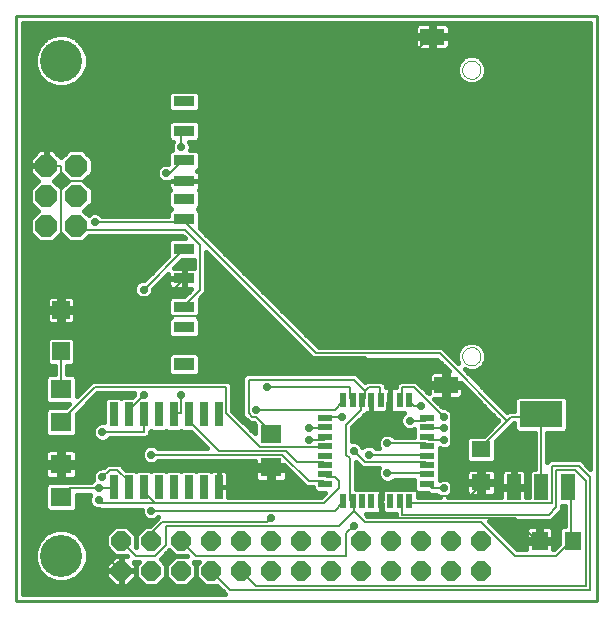
<source format=gtl>
G75*
%MOIN*%
%OFA0B0*%
%FSLAX24Y24*%
%IPPOS*%
%LPD*%
%AMOC8*
5,1,8,0,0,1.08239X$1,22.5*
%
%ADD10C,0.0100*%
%ADD11R,0.0480X0.0880*%
%ADD12R,0.1417X0.0866*%
%ADD13R,0.0260X0.0800*%
%ADD14R,0.0220X0.0500*%
%ADD15R,0.0500X0.0220*%
%ADD16R,0.0709X0.0354*%
%ADD17R,0.0787X0.0551*%
%ADD18R,0.0709X0.0433*%
%ADD19C,0.0000*%
%ADD20OC8,0.0640*%
%ADD21R,0.0551X0.0630*%
%ADD22R,0.0630X0.0551*%
%ADD23R,0.0709X0.0630*%
%ADD24R,0.0591X0.0591*%
%ADD25C,0.1400*%
%ADD26OC8,0.0740*%
%ADD27C,0.0060*%
%ADD28C,0.0160*%
%ADD29C,0.0280*%
D10*
X011333Y006500D02*
X011333Y025996D01*
X030703Y025996D01*
X030703Y006500D01*
X011333Y006500D01*
D11*
X027923Y010280D03*
X028833Y010280D03*
X029743Y010280D03*
D12*
X028833Y012720D03*
D13*
X018083Y012710D03*
X017583Y012710D03*
X017083Y012710D03*
X016583Y012710D03*
X016083Y012710D03*
X015583Y012710D03*
X015083Y012710D03*
X014583Y012710D03*
X014583Y010290D03*
X015083Y010290D03*
X015583Y010290D03*
X016083Y010290D03*
X016583Y010290D03*
X017083Y010290D03*
X017583Y010290D03*
X018083Y010290D03*
D14*
X022231Y009810D03*
X022546Y009810D03*
X022861Y009810D03*
X023176Y009810D03*
X023491Y009810D03*
X023806Y009810D03*
X024121Y009810D03*
X024436Y009810D03*
X024436Y013190D03*
X024121Y013190D03*
X023806Y013190D03*
X023491Y013190D03*
X023176Y013190D03*
X022861Y013190D03*
X022546Y013190D03*
X022231Y013190D03*
D15*
X021643Y012602D03*
X021643Y012287D03*
X021643Y011972D03*
X021643Y011657D03*
X021643Y011343D03*
X021643Y011028D03*
X021643Y010713D03*
X021643Y010398D03*
X025023Y010398D03*
X025023Y010713D03*
X025023Y011028D03*
X025023Y011343D03*
X025023Y011657D03*
X025023Y011972D03*
X025023Y012287D03*
X025023Y012602D03*
D16*
X016940Y015622D03*
X016940Y016291D03*
X016940Y017244D03*
X016940Y018228D03*
X016940Y019213D03*
X016940Y019902D03*
X016940Y020492D03*
X016940Y021181D03*
X016940Y022165D03*
X016940Y023150D03*
D17*
X025207Y025307D03*
X025660Y013693D03*
D18*
X016940Y014382D03*
D19*
X026202Y014650D02*
X026204Y014685D01*
X026210Y014719D01*
X026220Y014752D01*
X026233Y014785D01*
X026250Y014815D01*
X026271Y014843D01*
X026294Y014869D01*
X026321Y014892D01*
X026349Y014911D01*
X026380Y014927D01*
X026413Y014940D01*
X026446Y014949D01*
X026481Y014954D01*
X026516Y014955D01*
X026550Y014952D01*
X026585Y014945D01*
X026618Y014934D01*
X026649Y014920D01*
X026679Y014902D01*
X026707Y014881D01*
X026732Y014856D01*
X026754Y014829D01*
X026773Y014800D01*
X026788Y014769D01*
X026800Y014736D01*
X026808Y014702D01*
X026812Y014667D01*
X026812Y014633D01*
X026808Y014598D01*
X026800Y014564D01*
X026788Y014531D01*
X026773Y014500D01*
X026754Y014471D01*
X026732Y014444D01*
X026707Y014419D01*
X026679Y014398D01*
X026649Y014380D01*
X026618Y014366D01*
X026585Y014355D01*
X026550Y014348D01*
X026516Y014345D01*
X026481Y014346D01*
X026446Y014351D01*
X026413Y014360D01*
X026380Y014373D01*
X026349Y014389D01*
X026321Y014408D01*
X026294Y014431D01*
X026271Y014457D01*
X026250Y014485D01*
X026233Y014515D01*
X026220Y014548D01*
X026210Y014581D01*
X026204Y014615D01*
X026202Y014650D01*
X026202Y024201D02*
X026204Y024236D01*
X026210Y024270D01*
X026220Y024303D01*
X026233Y024336D01*
X026250Y024366D01*
X026271Y024394D01*
X026294Y024420D01*
X026321Y024443D01*
X026349Y024462D01*
X026380Y024478D01*
X026413Y024491D01*
X026446Y024500D01*
X026481Y024505D01*
X026516Y024506D01*
X026550Y024503D01*
X026585Y024496D01*
X026618Y024485D01*
X026649Y024471D01*
X026679Y024453D01*
X026707Y024432D01*
X026732Y024407D01*
X026754Y024380D01*
X026773Y024351D01*
X026788Y024320D01*
X026800Y024287D01*
X026808Y024253D01*
X026812Y024218D01*
X026812Y024184D01*
X026808Y024149D01*
X026800Y024115D01*
X026788Y024082D01*
X026773Y024051D01*
X026754Y024022D01*
X026732Y023995D01*
X026707Y023970D01*
X026679Y023949D01*
X026649Y023931D01*
X026618Y023917D01*
X026585Y023906D01*
X026550Y023899D01*
X026516Y023896D01*
X026481Y023897D01*
X026446Y023902D01*
X026413Y023911D01*
X026380Y023924D01*
X026349Y023940D01*
X026321Y023959D01*
X026294Y023982D01*
X026271Y024008D01*
X026250Y024036D01*
X026233Y024066D01*
X026220Y024099D01*
X026210Y024132D01*
X026204Y024166D01*
X026202Y024201D01*
D20*
X025833Y008500D03*
X026833Y008500D03*
X026833Y007500D03*
X025833Y007500D03*
X024833Y007500D03*
X023833Y007500D03*
X022833Y007500D03*
X021833Y007500D03*
X020833Y007500D03*
X019833Y007500D03*
X018833Y007500D03*
X017833Y007500D03*
X016833Y007500D03*
X015833Y007500D03*
X014833Y007500D03*
X014833Y008500D03*
X015833Y008500D03*
X016833Y008500D03*
X017833Y008500D03*
X018833Y008500D03*
X019833Y008500D03*
X020833Y008500D03*
X021833Y008500D03*
X022833Y008500D03*
X023833Y008500D03*
X024833Y008500D03*
D21*
X028782Y008500D03*
X029885Y008500D03*
D22*
X026833Y010449D03*
X026833Y011551D03*
D23*
X019833Y012051D03*
X019833Y010949D03*
X012833Y011051D03*
X012833Y009949D03*
X012833Y012449D03*
X012833Y013551D03*
D24*
X012833Y014811D03*
X012833Y016189D03*
D25*
X012833Y008000D03*
X012833Y024500D03*
D26*
X012333Y021000D03*
X013333Y021000D03*
X013333Y020000D03*
X012333Y020000D03*
X012333Y019000D03*
X013333Y019000D03*
D27*
X013458Y018875D01*
X016958Y018875D01*
X017458Y018375D01*
X017458Y016875D01*
X016958Y016375D01*
X016940Y016291D01*
X017333Y016000D02*
X016458Y016000D01*
X015833Y016625D01*
X016333Y016625D01*
X016833Y017125D01*
X016940Y017244D01*
X016833Y018125D02*
X015583Y016875D01*
X015833Y016625D02*
X012833Y016625D01*
X012833Y016189D01*
X012833Y016125D01*
X012333Y016125D01*
X012333Y011000D01*
X012833Y011000D01*
X012833Y011051D01*
X012833Y011000D02*
X018083Y011000D01*
X018083Y010290D01*
X018083Y011000D02*
X019833Y011000D01*
X019833Y010949D01*
X020208Y011375D02*
X015833Y011375D01*
X015083Y010500D02*
X014708Y010875D01*
X014458Y010875D01*
X014208Y010625D01*
X014083Y010250D02*
X013083Y010250D01*
X012833Y010000D01*
X012833Y009949D01*
X012833Y009500D02*
X012458Y009500D01*
X012333Y009625D01*
X012333Y011000D01*
X014083Y010250D02*
X014583Y010250D01*
X014583Y010290D01*
X015083Y010290D02*
X015083Y010500D01*
X015583Y010290D02*
X015583Y010125D01*
X015958Y009750D01*
X014208Y009750D01*
X014083Y009875D01*
X012833Y009500D02*
X014833Y007500D01*
X015333Y008000D02*
X015958Y008000D01*
X016333Y008375D01*
X016333Y009000D01*
X022083Y009000D01*
X022583Y009500D01*
X022583Y009750D01*
X022546Y009810D01*
X022458Y009875D01*
X022458Y011250D01*
X022333Y011375D01*
X022333Y012375D01*
X022833Y012875D01*
X022833Y013125D01*
X022861Y013190D01*
X022958Y013250D01*
X022958Y013500D01*
X022583Y013875D01*
X019083Y013875D01*
X019083Y012750D01*
X019208Y012625D01*
X019333Y012625D01*
X019833Y012125D01*
X019833Y012051D01*
X019458Y011625D02*
X018333Y012750D01*
X018333Y013625D01*
X013958Y013625D01*
X012833Y012500D01*
X012833Y012449D01*
X012833Y013551D02*
X012833Y014811D01*
X012833Y016625D02*
X012833Y020500D01*
X016833Y020500D01*
X016940Y020492D01*
X016958Y020500D01*
X020333Y020500D01*
X025083Y025250D01*
X025207Y025307D01*
X016940Y022165D02*
X016833Y022125D01*
X016833Y021625D01*
X016940Y021181D02*
X016833Y021125D01*
X016458Y020750D01*
X016333Y020750D01*
X016940Y019213D02*
X016833Y019125D01*
X013958Y019125D01*
X012833Y020500D02*
X012833Y021000D01*
X012333Y021000D01*
X016940Y019213D02*
X016958Y019125D01*
X021333Y014750D01*
X025458Y014750D01*
X027708Y012500D01*
X026833Y011625D01*
X026833Y011551D01*
X025583Y011875D02*
X025083Y011875D01*
X025023Y011972D01*
X024958Y011750D02*
X025023Y011657D01*
X024958Y011750D02*
X023708Y011750D01*
X023083Y011375D02*
X024958Y011375D01*
X025023Y011343D01*
X024958Y011125D02*
X025023Y011028D01*
X024958Y011125D02*
X022958Y011125D01*
X022583Y011500D01*
X021643Y011657D02*
X021583Y011625D01*
X019458Y011625D01*
X020208Y011375D02*
X021083Y010500D01*
X021583Y010500D01*
X021643Y010398D01*
X021708Y010625D02*
X021643Y010713D01*
X021708Y010625D02*
X021958Y010625D01*
X022083Y010500D01*
X022083Y010250D01*
X021583Y009750D01*
X015958Y009750D01*
X015833Y009500D02*
X021958Y009500D01*
X022208Y009750D01*
X022231Y009810D01*
X022583Y009500D02*
X022958Y009125D01*
X026833Y009125D01*
X027958Y008000D01*
X029333Y008000D01*
X029833Y008500D01*
X029885Y008500D01*
X029833Y008500D02*
X029833Y010250D01*
X029743Y010280D01*
X030333Y010500D02*
X030333Y007000D01*
X019333Y007000D01*
X018833Y007500D01*
X018458Y006875D02*
X017833Y007500D01*
X017333Y008000D02*
X016833Y008500D01*
X017333Y008000D02*
X022333Y008000D01*
X022333Y008750D01*
X022583Y009000D01*
X023583Y009500D02*
X023583Y009750D01*
X023491Y009810D01*
X023583Y009875D01*
X023583Y010250D01*
X024583Y010250D01*
X024833Y010000D01*
X025833Y010000D01*
X025833Y012750D01*
X025708Y012875D01*
X025708Y013625D01*
X025660Y013693D01*
X025583Y013750D01*
X023833Y013750D01*
X022958Y014625D01*
X018708Y014625D01*
X017333Y016000D01*
X016833Y018125D02*
X016940Y018228D01*
X019708Y013625D02*
X022458Y013625D01*
X022458Y013250D01*
X022546Y013190D01*
X022231Y013190D02*
X022208Y013125D01*
X021958Y012875D01*
X019333Y012875D01*
X018083Y011500D02*
X017083Y012500D01*
X017083Y012710D01*
X016833Y012750D02*
X016583Y012750D01*
X016583Y012710D01*
X016833Y012750D02*
X016833Y013375D01*
X015583Y013375D02*
X015083Y012875D01*
X015083Y012710D01*
X015583Y012710D02*
X015583Y012125D01*
X014208Y012125D01*
X018083Y011500D02*
X020333Y011500D01*
X020708Y011125D01*
X021583Y011125D01*
X021643Y011028D01*
X021583Y011875D02*
X021083Y011875D01*
X021083Y012250D02*
X021583Y012250D01*
X021643Y012287D01*
X021643Y011972D02*
X021583Y011875D01*
X021643Y012602D02*
X021708Y012625D01*
X022208Y012625D01*
X023208Y012750D02*
X023208Y013125D01*
X023176Y013190D01*
X023458Y013250D02*
X023491Y013190D01*
X023458Y013250D02*
X023458Y013625D01*
X023083Y013625D01*
X022958Y013500D01*
X023708Y013125D02*
X023708Y012875D01*
X023583Y012750D01*
X023208Y012750D01*
X023708Y013125D02*
X023806Y013190D01*
X023833Y013250D01*
X023833Y013750D01*
X024208Y013625D02*
X024583Y013625D01*
X025583Y012625D01*
X025023Y012602D02*
X024958Y012500D01*
X024458Y012500D01*
X024583Y013000D02*
X024833Y013000D01*
X024583Y013000D02*
X024458Y013125D01*
X024436Y013190D01*
X024208Y013250D02*
X024121Y013190D01*
X024208Y013250D02*
X024208Y013625D01*
X025023Y012287D02*
X025083Y012250D01*
X025583Y012250D01*
X024958Y010750D02*
X023708Y010750D01*
X024958Y010750D02*
X025023Y010713D01*
X025023Y010398D02*
X025083Y010375D01*
X025208Y010250D01*
X025583Y010250D01*
X025833Y010000D02*
X026458Y010000D01*
X026833Y010375D01*
X026833Y010449D01*
X026833Y010375D02*
X027833Y010375D01*
X027923Y010280D01*
X028833Y010280D02*
X028833Y012625D01*
X028833Y012720D01*
X028833Y012625D02*
X027833Y012625D01*
X027708Y012500D01*
X029208Y011000D02*
X030083Y011000D01*
X030458Y010625D01*
X030458Y006875D01*
X018458Y006875D01*
X015833Y008500D02*
X015833Y008750D01*
X016208Y009125D01*
X019708Y009125D01*
X019833Y009250D01*
X023583Y009500D02*
X023833Y009250D01*
X027958Y009250D01*
X028708Y008500D01*
X028782Y008500D01*
X029083Y009375D02*
X029333Y009625D01*
X029333Y010875D01*
X029958Y010875D01*
X030333Y010500D01*
X029208Y011000D02*
X029208Y009750D01*
X024458Y009750D01*
X024436Y009810D01*
X024208Y009750D02*
X024121Y009810D01*
X024208Y009750D02*
X024208Y009375D01*
X029083Y009375D01*
X015333Y008000D02*
X014833Y008500D01*
D28*
X014504Y008878D02*
X013014Y008878D01*
X013008Y008880D02*
X012658Y008880D01*
X012335Y008746D01*
X012087Y008498D01*
X011953Y008175D01*
X011953Y007825D01*
X012087Y007502D01*
X012335Y007254D01*
X012658Y007120D01*
X013008Y007120D01*
X013332Y007254D01*
X013579Y007502D01*
X013713Y007825D01*
X013713Y008175D01*
X013579Y008498D01*
X013332Y008746D01*
X013008Y008880D01*
X012652Y008878D02*
X011563Y008878D01*
X011563Y009036D02*
X015822Y009036D01*
X015786Y009000D02*
X015626Y009000D01*
X015333Y008707D01*
X015040Y009000D01*
X014626Y009000D01*
X014333Y008707D01*
X014333Y008293D01*
X014626Y008000D01*
X014333Y007707D01*
X014333Y007520D01*
X014813Y007520D01*
X014813Y007480D01*
X014333Y007480D01*
X014333Y007293D01*
X014626Y007000D01*
X014813Y007000D01*
X014813Y007480D01*
X014853Y007480D01*
X014853Y007000D01*
X015040Y007000D01*
X015333Y007293D01*
X015333Y007480D01*
X014853Y007480D01*
X014853Y007520D01*
X014813Y007520D01*
X014813Y008000D01*
X014626Y008000D01*
X015036Y008000D01*
X015036Y008000D01*
X014853Y008000D01*
X014853Y007520D01*
X015333Y007520D01*
X015333Y007707D01*
X015250Y007790D01*
X015416Y007790D01*
X015333Y007707D01*
X015333Y007293D01*
X015626Y007000D01*
X016040Y007000D01*
X016333Y007293D01*
X016333Y007707D01*
X016148Y007893D01*
X016420Y008165D01*
X016441Y008185D01*
X016626Y008000D01*
X016333Y007707D01*
X016333Y007293D01*
X016626Y007000D01*
X017040Y007000D01*
X017333Y007293D01*
X017333Y007707D01*
X017250Y007790D01*
X017416Y007790D01*
X017333Y007707D01*
X017333Y007293D01*
X017626Y007000D01*
X018036Y007000D01*
X018306Y006730D01*
X011563Y006730D01*
X011563Y025766D01*
X030473Y025766D01*
X030473Y010907D01*
X030170Y011210D01*
X029121Y011210D01*
X029043Y011132D01*
X029043Y012107D01*
X029617Y012107D01*
X029722Y012212D01*
X029722Y013228D01*
X029617Y013333D01*
X028050Y013333D01*
X027945Y013228D01*
X027945Y012835D01*
X027746Y012835D01*
X027708Y012797D01*
X026292Y014213D01*
X026410Y014164D01*
X026603Y014164D01*
X026781Y014238D01*
X026918Y014375D01*
X026992Y014553D01*
X026992Y014746D01*
X026918Y014924D01*
X026781Y015061D01*
X026603Y015135D01*
X026410Y015135D01*
X026232Y015061D01*
X026095Y014924D01*
X026021Y014746D01*
X026021Y014553D01*
X026070Y014435D01*
X025545Y014960D01*
X021420Y014960D01*
X017447Y018934D01*
X017474Y018961D01*
X017474Y019464D01*
X017381Y019557D01*
X017474Y019650D01*
X017474Y020153D01*
X017430Y020197D01*
X017438Y020204D01*
X017462Y020245D01*
X017474Y020291D01*
X017474Y020484D01*
X016948Y020484D01*
X016948Y020501D01*
X017474Y020501D01*
X017474Y020693D01*
X017462Y020739D01*
X017438Y020780D01*
X017404Y020813D01*
X017375Y020830D01*
X017474Y020929D01*
X017474Y021433D01*
X017369Y021538D01*
X017144Y021538D01*
X017153Y021561D01*
X017153Y021689D01*
X017105Y021806D01*
X017103Y021808D01*
X017369Y021808D01*
X017474Y021914D01*
X017474Y022417D01*
X017369Y022523D01*
X016511Y022523D01*
X016405Y022417D01*
X016405Y021914D01*
X016511Y021808D01*
X016564Y021808D01*
X016562Y021806D01*
X016513Y021689D01*
X016513Y021561D01*
X016523Y021538D01*
X016511Y021538D01*
X016405Y021433D01*
X016405Y021067D01*
X016397Y021070D01*
X016270Y021070D01*
X016152Y021021D01*
X016062Y020931D01*
X016013Y020814D01*
X016013Y020686D01*
X016062Y020569D01*
X016152Y020479D01*
X016270Y020430D01*
X016397Y020430D01*
X016405Y020433D01*
X016405Y020291D01*
X016418Y020245D01*
X016441Y020204D01*
X016449Y020197D01*
X016405Y020153D01*
X016405Y019650D01*
X016498Y019557D01*
X016405Y019464D01*
X016405Y019335D01*
X014201Y019335D01*
X014140Y019396D01*
X014022Y019445D01*
X013895Y019445D01*
X013777Y019396D01*
X013746Y019365D01*
X013611Y019500D01*
X013883Y019772D01*
X013883Y020228D01*
X013611Y020500D01*
X013883Y020772D01*
X013883Y021228D01*
X013561Y021550D01*
X013106Y021550D01*
X012833Y021278D01*
X012561Y021550D01*
X012353Y021550D01*
X012353Y021020D01*
X012313Y021020D01*
X012313Y020980D01*
X011783Y020980D01*
X011783Y020772D01*
X012056Y020500D01*
X011783Y020228D01*
X011783Y019772D01*
X012056Y019500D01*
X011783Y019228D01*
X011783Y018772D01*
X012106Y018450D01*
X012561Y018450D01*
X012833Y018722D01*
X013106Y018450D01*
X013561Y018450D01*
X013776Y018665D01*
X016871Y018665D01*
X016951Y018586D01*
X016511Y018586D01*
X016405Y018480D01*
X016405Y017994D01*
X015606Y017195D01*
X015520Y017195D01*
X015402Y017146D01*
X015312Y017056D01*
X015263Y016939D01*
X015263Y016811D01*
X015312Y016694D01*
X015402Y016604D01*
X015520Y016555D01*
X015647Y016555D01*
X015765Y016604D01*
X015855Y016694D01*
X015903Y016811D01*
X015903Y016898D01*
X016405Y017400D01*
X016405Y017253D01*
X016931Y017253D01*
X016931Y017601D01*
X016607Y017601D01*
X016876Y017871D01*
X017248Y017871D01*
X017248Y017601D01*
X016948Y017601D01*
X016948Y017253D01*
X016931Y017253D01*
X016931Y017236D01*
X016405Y017236D01*
X016405Y017043D01*
X016418Y016997D01*
X016441Y016956D01*
X016475Y016923D01*
X016516Y016899D01*
X016562Y016887D01*
X016931Y016887D01*
X016931Y017236D01*
X016948Y017236D01*
X016948Y016887D01*
X017173Y016887D01*
X016935Y016649D01*
X016511Y016649D01*
X016405Y016543D01*
X016405Y016040D01*
X016488Y015957D01*
X016405Y015874D01*
X016405Y015370D01*
X016511Y015265D01*
X017369Y015265D01*
X017474Y015370D01*
X017474Y015874D01*
X017391Y015957D01*
X017474Y016040D01*
X017474Y016543D01*
X017449Y016568D01*
X017545Y016665D01*
X017668Y016788D01*
X017668Y018118D01*
X021123Y014663D01*
X021246Y014540D01*
X025371Y014540D01*
X025763Y014149D01*
X025718Y014149D01*
X025718Y013751D01*
X025602Y013751D01*
X025602Y014149D01*
X025243Y014149D01*
X025197Y014136D01*
X025156Y014113D01*
X025122Y014079D01*
X025099Y014038D01*
X025086Y013992D01*
X025086Y013751D01*
X025602Y013751D01*
X025602Y013635D01*
X025086Y013635D01*
X025086Y013419D01*
X024670Y013835D01*
X024121Y013835D01*
X023998Y013712D01*
X023998Y013620D01*
X023806Y013620D01*
X023806Y013190D01*
X023806Y013190D01*
X023806Y012760D01*
X023936Y012760D01*
X024266Y012760D01*
X024187Y012681D01*
X024138Y012564D01*
X024138Y012436D01*
X024187Y012319D01*
X024277Y012229D01*
X024395Y012180D01*
X024522Y012180D01*
X024593Y012210D01*
X024593Y011960D01*
X023951Y011960D01*
X023890Y012021D01*
X023772Y012070D01*
X023645Y012070D01*
X023527Y012021D01*
X023437Y011931D01*
X023388Y011814D01*
X023388Y011686D01*
X023430Y011585D01*
X023326Y011585D01*
X023265Y011646D01*
X023147Y011695D01*
X023020Y011695D01*
X022902Y011646D01*
X022879Y011623D01*
X022855Y011681D01*
X022765Y011771D01*
X022647Y011820D01*
X022543Y011820D01*
X022543Y012288D01*
X022920Y012665D01*
X023015Y012760D01*
X023045Y012760D01*
X023176Y012760D01*
X023310Y012760D01*
X023672Y012760D01*
X023806Y012760D01*
X023806Y013190D01*
X023806Y013190D01*
X023806Y013620D01*
X023668Y013620D01*
X023668Y013712D01*
X023545Y013835D01*
X022996Y013835D01*
X022958Y013797D01*
X022670Y014085D01*
X018996Y014085D01*
X018873Y013962D01*
X018873Y012663D01*
X018996Y012540D01*
X019121Y012415D01*
X019246Y012415D01*
X019299Y012362D01*
X019299Y012081D01*
X018543Y012837D01*
X018543Y013712D01*
X018420Y013835D01*
X013871Y013835D01*
X013368Y013331D01*
X013368Y013941D01*
X013262Y014046D01*
X013043Y014046D01*
X013043Y014336D01*
X013203Y014336D01*
X013309Y014441D01*
X013309Y015181D01*
X013203Y015286D01*
X012463Y015286D01*
X012358Y015181D01*
X012358Y014441D01*
X012463Y014336D01*
X012623Y014336D01*
X012623Y014046D01*
X012404Y014046D01*
X012299Y013941D01*
X012299Y013162D01*
X012404Y013056D01*
X013093Y013056D01*
X012980Y012944D01*
X012404Y012944D01*
X012299Y012838D01*
X012299Y012059D01*
X012404Y011954D01*
X013262Y011954D01*
X013368Y012059D01*
X013368Y012737D01*
X014045Y013415D01*
X015263Y013415D01*
X015263Y013352D01*
X015201Y013290D01*
X014879Y013290D01*
X014833Y013245D01*
X014788Y013290D01*
X014379Y013290D01*
X014273Y013185D01*
X014273Y012444D01*
X014272Y012445D01*
X014145Y012445D01*
X014027Y012396D01*
X013937Y012306D01*
X013888Y012189D01*
X013888Y012061D01*
X013937Y011944D01*
X014027Y011854D01*
X014145Y011805D01*
X014272Y011805D01*
X014390Y011854D01*
X014451Y011915D01*
X015670Y011915D01*
X015793Y012038D01*
X015793Y012135D01*
X015833Y012175D01*
X015879Y012130D01*
X016288Y012130D01*
X016333Y012175D01*
X016379Y012130D01*
X016788Y012130D01*
X016833Y012175D01*
X016879Y012130D01*
X017156Y012130D01*
X017701Y011585D01*
X016076Y011585D01*
X016015Y011646D01*
X015897Y011695D01*
X015770Y011695D01*
X015652Y011646D01*
X015562Y011556D01*
X015513Y011439D01*
X015513Y011311D01*
X015562Y011194D01*
X015652Y011104D01*
X015770Y011055D01*
X015897Y011055D01*
X016015Y011104D01*
X016076Y011165D01*
X019299Y011165D01*
X019299Y011026D01*
X019756Y011026D01*
X019756Y010871D01*
X019911Y010871D01*
X019911Y010454D01*
X020211Y010454D01*
X020257Y010466D01*
X020298Y010490D01*
X020332Y010523D01*
X020355Y010564D01*
X020368Y010610D01*
X020368Y010871D01*
X019911Y010871D01*
X019911Y011026D01*
X020260Y011026D01*
X020996Y010290D01*
X021213Y010290D01*
X021213Y010213D01*
X021319Y010108D01*
X021644Y010108D01*
X021496Y009960D01*
X018393Y009960D01*
X018393Y010290D01*
X018393Y010714D01*
X018381Y010759D01*
X018357Y010801D01*
X018324Y010834D01*
X018283Y010858D01*
X018237Y010870D01*
X018083Y010870D01*
X017930Y010870D01*
X017884Y010858D01*
X017843Y010834D01*
X017833Y010825D01*
X017788Y010870D01*
X017379Y010870D01*
X017333Y010825D01*
X017288Y010870D01*
X016879Y010870D01*
X016833Y010825D01*
X016788Y010870D01*
X016379Y010870D01*
X016333Y010825D01*
X016288Y010870D01*
X015879Y010870D01*
X015833Y010825D01*
X015788Y010870D01*
X015379Y010870D01*
X015333Y010825D01*
X015288Y010870D01*
X015010Y010870D01*
X014795Y011085D01*
X014371Y011085D01*
X014248Y010962D01*
X014231Y010945D01*
X014145Y010945D01*
X014027Y010896D01*
X013937Y010806D01*
X013888Y010689D01*
X013888Y010561D01*
X013905Y010522D01*
X013902Y010521D01*
X013841Y010460D01*
X012996Y010460D01*
X012980Y010444D01*
X012404Y010444D01*
X012299Y010338D01*
X012299Y009559D01*
X012404Y009454D01*
X013262Y009454D01*
X013368Y009559D01*
X013368Y010040D01*
X013805Y010040D01*
X013763Y009939D01*
X013763Y009811D01*
X013812Y009694D01*
X013902Y009604D01*
X014020Y009555D01*
X014106Y009555D01*
X014121Y009540D01*
X015513Y009540D01*
X015513Y009436D01*
X015562Y009319D01*
X015652Y009229D01*
X015770Y009180D01*
X015897Y009180D01*
X016015Y009229D01*
X016076Y009290D01*
X016076Y009290D01*
X015786Y009000D01*
X015735Y009195D02*
X011563Y009195D01*
X011563Y009353D02*
X015548Y009353D01*
X015513Y009512D02*
X013320Y009512D01*
X013368Y009670D02*
X013836Y009670D01*
X013763Y009829D02*
X013368Y009829D01*
X013368Y009987D02*
X013783Y009987D01*
X013843Y010463D02*
X011563Y010463D01*
X011563Y010621D02*
X012340Y010621D01*
X012335Y010626D02*
X012368Y010592D01*
X012410Y010568D01*
X012455Y010556D01*
X012756Y010556D01*
X012756Y010974D01*
X012299Y010974D01*
X012299Y010713D01*
X012311Y010667D01*
X012335Y010626D01*
X012299Y010780D02*
X011563Y010780D01*
X011563Y010938D02*
X012299Y010938D01*
X012299Y011129D02*
X012299Y011390D01*
X012311Y011436D01*
X012335Y011477D01*
X012368Y011510D01*
X012410Y011534D01*
X012455Y011546D01*
X012756Y011546D01*
X012756Y011129D01*
X012911Y011129D01*
X012911Y011546D01*
X013211Y011546D01*
X013257Y011534D01*
X013298Y011510D01*
X013332Y011477D01*
X013355Y011436D01*
X013368Y011390D01*
X013368Y011129D01*
X012911Y011129D01*
X012911Y010974D01*
X013368Y010974D01*
X013368Y010713D01*
X013355Y010667D01*
X013332Y010626D01*
X013298Y010592D01*
X013257Y010568D01*
X013211Y010556D01*
X012911Y010556D01*
X012911Y010974D01*
X012756Y010974D01*
X012756Y011129D01*
X012299Y011129D01*
X012299Y011255D02*
X011563Y011255D01*
X011563Y011097D02*
X012756Y011097D01*
X012911Y011097D02*
X015669Y011097D01*
X015537Y011255D02*
X013368Y011255D01*
X013361Y011414D02*
X015513Y011414D01*
X015578Y011572D02*
X011563Y011572D01*
X011563Y011414D02*
X012305Y011414D01*
X012756Y011414D02*
X012911Y011414D01*
X012911Y011255D02*
X012756Y011255D01*
X012756Y010938D02*
X012911Y010938D01*
X012911Y010780D02*
X012756Y010780D01*
X012756Y010621D02*
X012911Y010621D01*
X013327Y010621D02*
X013888Y010621D01*
X013926Y010780D02*
X013368Y010780D01*
X013368Y010938D02*
X014128Y010938D01*
X014942Y010938D02*
X019756Y010938D01*
X019756Y010871D02*
X019299Y010871D01*
X019299Y010610D01*
X019311Y010564D01*
X019335Y010523D01*
X019368Y010490D01*
X019410Y010466D01*
X019455Y010454D01*
X019756Y010454D01*
X019756Y010871D01*
X019756Y010780D02*
X019911Y010780D01*
X019911Y010938D02*
X020348Y010938D01*
X020368Y010780D02*
X020507Y010780D01*
X020368Y010621D02*
X020665Y010621D01*
X020824Y010463D02*
X020244Y010463D01*
X019911Y010463D02*
X019756Y010463D01*
X019756Y010621D02*
X019911Y010621D01*
X019423Y010463D02*
X018393Y010463D01*
X018393Y010621D02*
X019299Y010621D01*
X019299Y010780D02*
X018370Y010780D01*
X018083Y010780D02*
X018083Y010780D01*
X018083Y010870D02*
X018083Y010290D01*
X018083Y010290D01*
X018083Y010870D01*
X018083Y010621D02*
X018083Y010621D01*
X018083Y010463D02*
X018083Y010463D01*
X018083Y010304D02*
X018083Y010304D01*
X018083Y010290D02*
X018393Y010290D01*
X018083Y010290D01*
X018083Y010290D01*
X018393Y010304D02*
X020982Y010304D01*
X021281Y010146D02*
X018393Y010146D01*
X018393Y009987D02*
X021523Y009987D01*
X022668Y010240D02*
X022668Y011118D01*
X022871Y010915D01*
X023430Y010915D01*
X023388Y010814D01*
X023388Y010686D01*
X023437Y010569D01*
X023527Y010479D01*
X023645Y010430D01*
X023772Y010430D01*
X023890Y010479D01*
X023951Y010540D01*
X024593Y010540D01*
X024593Y010240D01*
X023621Y010240D01*
X023491Y010240D01*
X023491Y009810D01*
X023491Y009380D01*
X023624Y009380D01*
X023998Y009380D01*
X023998Y009335D01*
X023045Y009335D01*
X023000Y009380D01*
X023357Y009380D01*
X023491Y009380D01*
X023491Y009810D01*
X023491Y009810D01*
X023491Y009810D01*
X023491Y010240D01*
X022668Y010240D01*
X022668Y010304D02*
X024593Y010304D01*
X024593Y010463D02*
X023850Y010463D01*
X023566Y010463D02*
X022668Y010463D01*
X022668Y010621D02*
X023415Y010621D01*
X023388Y010780D02*
X022668Y010780D01*
X022668Y010938D02*
X022848Y010938D01*
X022690Y011097D02*
X022668Y011097D01*
X022805Y011731D02*
X023388Y011731D01*
X023420Y011889D02*
X022543Y011889D01*
X022543Y012048D02*
X023590Y012048D01*
X023826Y012048D02*
X024593Y012048D01*
X024585Y012206D02*
X024593Y012206D01*
X024332Y012206D02*
X022543Y012206D01*
X022620Y012365D02*
X024168Y012365D01*
X024138Y012523D02*
X022778Y012523D01*
X022937Y012682D02*
X024187Y012682D01*
X023806Y012840D02*
X023806Y012840D01*
X023806Y012999D02*
X023806Y012999D01*
X023806Y013157D02*
X023806Y013157D01*
X023806Y013316D02*
X023806Y013316D01*
X023806Y013474D02*
X023806Y013474D01*
X023668Y013633D02*
X023998Y013633D01*
X024077Y013791D02*
X023589Y013791D01*
X022806Y013950D02*
X025086Y013950D01*
X025086Y013791D02*
X024714Y013791D01*
X024873Y013633D02*
X025086Y013633D01*
X025086Y013474D02*
X025031Y013474D01*
X025268Y013237D02*
X025602Y013237D01*
X025602Y013635D01*
X025718Y013635D01*
X025718Y013751D01*
X026161Y013751D01*
X027411Y012500D01*
X026918Y012007D01*
X026444Y012007D01*
X026338Y011901D01*
X026338Y011201D01*
X026444Y011096D01*
X027223Y011096D01*
X027328Y011201D01*
X027328Y011823D01*
X027795Y012290D01*
X027795Y012290D01*
X027918Y012413D01*
X027920Y012415D01*
X027945Y012415D01*
X027945Y012212D01*
X028050Y012107D01*
X028623Y012107D01*
X028623Y010900D01*
X028519Y010900D01*
X028413Y010795D01*
X028413Y009960D01*
X028343Y009960D01*
X028343Y010240D01*
X027963Y010240D01*
X027963Y010320D01*
X027883Y010320D01*
X027883Y010240D01*
X027503Y010240D01*
X027503Y009960D01*
X025719Y009960D01*
X025765Y009979D01*
X025855Y010069D01*
X025903Y010186D01*
X025903Y010314D01*
X025855Y010431D01*
X025765Y010521D01*
X025647Y010570D01*
X025520Y010570D01*
X025453Y010543D01*
X025453Y011582D01*
X025520Y011555D01*
X025647Y011555D01*
X025765Y011604D01*
X025855Y011694D01*
X025903Y011811D01*
X025903Y011939D01*
X025855Y012056D01*
X025848Y012062D01*
X025855Y012069D01*
X025903Y012186D01*
X025903Y012314D01*
X025855Y012431D01*
X025848Y012437D01*
X025855Y012444D01*
X025903Y012561D01*
X025903Y012689D01*
X025855Y012806D01*
X025765Y012896D01*
X025647Y012945D01*
X025560Y012945D01*
X025268Y013237D01*
X025348Y013157D02*
X026754Y013157D01*
X026596Y013316D02*
X026203Y013316D01*
X026198Y013307D02*
X026222Y013348D01*
X026234Y013394D01*
X026234Y013635D01*
X025718Y013635D01*
X025718Y013237D01*
X026078Y013237D01*
X026123Y013250D01*
X026164Y013273D01*
X026198Y013307D01*
X026234Y013474D02*
X026437Y013474D01*
X026279Y013633D02*
X026234Y013633D01*
X026556Y013950D02*
X030473Y013950D01*
X030473Y014108D02*
X026397Y014108D01*
X026810Y014267D02*
X030473Y014267D01*
X030473Y014425D02*
X026939Y014425D01*
X026992Y014584D02*
X030473Y014584D01*
X030473Y014742D02*
X026992Y014742D01*
X026928Y014901D02*
X030473Y014901D01*
X030473Y015059D02*
X026783Y015059D01*
X026230Y015059D02*
X021321Y015059D01*
X021163Y015218D02*
X030473Y015218D01*
X030473Y015376D02*
X021004Y015376D01*
X020846Y015535D02*
X030473Y015535D01*
X030473Y015693D02*
X020687Y015693D01*
X020529Y015852D02*
X030473Y015852D01*
X030473Y016010D02*
X020370Y016010D01*
X020212Y016169D02*
X030473Y016169D01*
X030473Y016327D02*
X020053Y016327D01*
X019895Y016486D02*
X030473Y016486D01*
X030473Y016644D02*
X019736Y016644D01*
X019578Y016803D02*
X030473Y016803D01*
X030473Y016961D02*
X019419Y016961D01*
X019261Y017120D02*
X030473Y017120D01*
X030473Y017278D02*
X019102Y017278D01*
X018944Y017437D02*
X030473Y017437D01*
X030473Y017595D02*
X018785Y017595D01*
X018627Y017754D02*
X030473Y017754D01*
X030473Y017912D02*
X018468Y017912D01*
X018310Y018071D02*
X030473Y018071D01*
X030473Y018229D02*
X018151Y018229D01*
X017993Y018388D02*
X030473Y018388D01*
X030473Y018546D02*
X017834Y018546D01*
X017676Y018705D02*
X030473Y018705D01*
X030473Y018863D02*
X017517Y018863D01*
X017474Y019022D02*
X030473Y019022D01*
X030473Y019180D02*
X017474Y019180D01*
X017474Y019339D02*
X030473Y019339D01*
X030473Y019497D02*
X017441Y019497D01*
X017474Y019656D02*
X030473Y019656D01*
X030473Y019814D02*
X017474Y019814D01*
X017474Y019973D02*
X030473Y019973D01*
X030473Y020131D02*
X017474Y020131D01*
X017473Y020290D02*
X030473Y020290D01*
X030473Y020448D02*
X017474Y020448D01*
X017474Y020607D02*
X030473Y020607D01*
X030473Y020765D02*
X017447Y020765D01*
X017468Y020924D02*
X030473Y020924D01*
X030473Y021082D02*
X017474Y021082D01*
X017474Y021241D02*
X030473Y021241D01*
X030473Y021399D02*
X017474Y021399D01*
X017152Y021558D02*
X030473Y021558D01*
X030473Y021716D02*
X017142Y021716D01*
X017435Y021875D02*
X030473Y021875D01*
X030473Y022033D02*
X017474Y022033D01*
X017474Y022192D02*
X030473Y022192D01*
X030473Y022350D02*
X017474Y022350D01*
X017383Y022509D02*
X030473Y022509D01*
X030473Y022667D02*
X011563Y022667D01*
X011563Y022509D02*
X016497Y022509D01*
X016405Y022350D02*
X011563Y022350D01*
X011563Y022192D02*
X016405Y022192D01*
X016405Y022033D02*
X011563Y022033D01*
X011563Y021875D02*
X016444Y021875D01*
X016525Y021716D02*
X011563Y021716D01*
X011563Y021558D02*
X016515Y021558D01*
X016405Y021399D02*
X013712Y021399D01*
X013871Y021241D02*
X016405Y021241D01*
X016405Y021082D02*
X013883Y021082D01*
X013883Y020924D02*
X016059Y020924D01*
X016013Y020765D02*
X013876Y020765D01*
X013718Y020607D02*
X016046Y020607D01*
X016226Y020448D02*
X013663Y020448D01*
X013822Y020290D02*
X016406Y020290D01*
X016405Y020131D02*
X013883Y020131D01*
X013883Y019973D02*
X016405Y019973D01*
X016405Y019814D02*
X013883Y019814D01*
X013767Y019656D02*
X016405Y019656D01*
X016438Y019497D02*
X013614Y019497D01*
X014197Y019339D02*
X016405Y019339D01*
X016471Y018546D02*
X013657Y018546D01*
X013009Y018546D02*
X012657Y018546D01*
X012816Y018705D02*
X012851Y018705D01*
X012009Y018546D02*
X011563Y018546D01*
X011563Y018388D02*
X016405Y018388D01*
X016405Y018229D02*
X011563Y018229D01*
X011563Y018071D02*
X016405Y018071D01*
X016323Y017912D02*
X011563Y017912D01*
X011563Y017754D02*
X016165Y017754D01*
X016006Y017595D02*
X011563Y017595D01*
X011563Y017437D02*
X015848Y017437D01*
X015689Y017278D02*
X011563Y017278D01*
X011563Y017120D02*
X015375Y017120D01*
X015273Y016961D02*
X011563Y016961D01*
X011563Y016803D02*
X015267Y016803D01*
X015362Y016644D02*
X013212Y016644D01*
X013198Y016652D02*
X013152Y016664D01*
X012901Y016664D01*
X012901Y016257D01*
X012766Y016257D01*
X012766Y016664D01*
X012514Y016664D01*
X012469Y016652D01*
X012428Y016628D01*
X012394Y016595D01*
X012370Y016554D01*
X012358Y016508D01*
X012358Y016257D01*
X012766Y016257D01*
X012766Y016121D01*
X012901Y016121D01*
X012901Y015714D01*
X013152Y015714D01*
X013198Y015726D01*
X013239Y015750D01*
X013273Y015783D01*
X013296Y015824D01*
X013309Y015870D01*
X013309Y016121D01*
X012901Y016121D01*
X012901Y016257D01*
X013309Y016257D01*
X013309Y016508D01*
X013296Y016554D01*
X013273Y016595D01*
X013239Y016628D01*
X013198Y016652D01*
X013309Y016486D02*
X016405Y016486D01*
X016405Y016327D02*
X013309Y016327D01*
X013309Y016010D02*
X016435Y016010D01*
X016405Y015852D02*
X013304Y015852D01*
X012901Y015852D02*
X012766Y015852D01*
X012766Y015714D02*
X012766Y016121D01*
X012358Y016121D01*
X012358Y015870D01*
X012370Y015824D01*
X012394Y015783D01*
X012428Y015750D01*
X012469Y015726D01*
X012514Y015714D01*
X012766Y015714D01*
X012766Y016010D02*
X012901Y016010D01*
X012901Y016169D02*
X016405Y016169D01*
X016405Y015693D02*
X011563Y015693D01*
X011563Y015535D02*
X016405Y015535D01*
X016405Y015376D02*
X011563Y015376D01*
X011563Y015218D02*
X012395Y015218D01*
X012358Y015059D02*
X011563Y015059D01*
X011563Y014901D02*
X012358Y014901D01*
X012358Y014742D02*
X011563Y014742D01*
X011563Y014584D02*
X012358Y014584D01*
X012374Y014425D02*
X011563Y014425D01*
X011563Y014267D02*
X012623Y014267D01*
X012623Y014108D02*
X011563Y014108D01*
X011563Y013950D02*
X012308Y013950D01*
X012299Y013791D02*
X011563Y013791D01*
X011563Y013633D02*
X012299Y013633D01*
X012299Y013474D02*
X011563Y013474D01*
X011563Y013316D02*
X012299Y013316D01*
X012304Y013157D02*
X011563Y013157D01*
X011563Y012999D02*
X013035Y012999D01*
X013368Y012682D02*
X014273Y012682D01*
X014273Y012840D02*
X013470Y012840D01*
X013629Y012999D02*
X014273Y012999D01*
X014273Y013157D02*
X013787Y013157D01*
X013946Y013316D02*
X015227Y013316D01*
X014273Y012523D02*
X013368Y012523D01*
X013368Y012365D02*
X013995Y012365D01*
X013896Y012206D02*
X013368Y012206D01*
X013356Y012048D02*
X013894Y012048D01*
X013992Y011889D02*
X011563Y011889D01*
X011563Y011731D02*
X017556Y011731D01*
X017397Y011889D02*
X014425Y011889D01*
X015793Y012048D02*
X017239Y012048D01*
X018543Y012840D02*
X018873Y012840D01*
X018873Y012682D02*
X018699Y012682D01*
X018857Y012523D02*
X019013Y012523D01*
X019016Y012365D02*
X019297Y012365D01*
X019299Y012206D02*
X019174Y012206D01*
X018873Y012999D02*
X018543Y012999D01*
X018543Y013157D02*
X018873Y013157D01*
X018873Y013316D02*
X018543Y013316D01*
X018543Y013474D02*
X018873Y013474D01*
X018873Y013633D02*
X018543Y013633D01*
X018464Y013791D02*
X018873Y013791D01*
X018873Y013950D02*
X013359Y013950D01*
X013368Y013791D02*
X013827Y013791D01*
X013669Y013633D02*
X013368Y013633D01*
X013368Y013474D02*
X013510Y013474D01*
X013043Y014108D02*
X016405Y014108D01*
X016405Y014091D02*
X016511Y013985D01*
X017369Y013985D01*
X017474Y014091D01*
X017474Y014673D01*
X017369Y014778D01*
X016511Y014778D01*
X016405Y014673D01*
X016405Y014091D01*
X016405Y014267D02*
X013043Y014267D01*
X013292Y014425D02*
X016405Y014425D01*
X016405Y014584D02*
X013309Y014584D01*
X013309Y014742D02*
X016474Y014742D01*
X017405Y014742D02*
X021044Y014742D01*
X020886Y014901D02*
X013309Y014901D01*
X013309Y015059D02*
X020727Y015059D01*
X020569Y015218D02*
X013272Y015218D01*
X012363Y015852D02*
X011563Y015852D01*
X011563Y016010D02*
X012358Y016010D01*
X012358Y016327D02*
X011563Y016327D01*
X011563Y016169D02*
X012766Y016169D01*
X012766Y016327D02*
X012901Y016327D01*
X012901Y016486D02*
X012766Y016486D01*
X012766Y016644D02*
X012901Y016644D01*
X012455Y016644D02*
X011563Y016644D01*
X011563Y016486D02*
X012358Y016486D01*
X015805Y016644D02*
X016506Y016644D01*
X016439Y016961D02*
X015966Y016961D01*
X015900Y016803D02*
X017089Y016803D01*
X016948Y016961D02*
X016931Y016961D01*
X016931Y017120D02*
X016948Y017120D01*
X016931Y017278D02*
X016948Y017278D01*
X016931Y017437D02*
X016948Y017437D01*
X016931Y017595D02*
X016948Y017595D01*
X016759Y017754D02*
X017248Y017754D01*
X017668Y017754D02*
X018033Y017754D01*
X017874Y017912D02*
X017668Y017912D01*
X017668Y018071D02*
X017716Y018071D01*
X017668Y017595D02*
X018191Y017595D01*
X018350Y017437D02*
X017668Y017437D01*
X017668Y017278D02*
X018508Y017278D01*
X018667Y017120D02*
X017668Y017120D01*
X017668Y016961D02*
X018825Y016961D01*
X018984Y016803D02*
X017668Y016803D01*
X017524Y016644D02*
X019142Y016644D01*
X019301Y016486D02*
X017474Y016486D01*
X017474Y016327D02*
X019459Y016327D01*
X019618Y016169D02*
X017474Y016169D01*
X017444Y016010D02*
X019776Y016010D01*
X019935Y015852D02*
X017474Y015852D01*
X017474Y015693D02*
X020093Y015693D01*
X020252Y015535D02*
X017474Y015535D01*
X017474Y015376D02*
X020410Y015376D01*
X021203Y014584D02*
X017474Y014584D01*
X017474Y014425D02*
X025486Y014425D01*
X025645Y014267D02*
X017474Y014267D01*
X017474Y014108D02*
X025151Y014108D01*
X025602Y014108D02*
X025718Y014108D01*
X025718Y013950D02*
X025602Y013950D01*
X025602Y013791D02*
X025718Y013791D01*
X025718Y013633D02*
X025602Y013633D01*
X025602Y013474D02*
X025718Y013474D01*
X025718Y013316D02*
X025602Y013316D01*
X025507Y012999D02*
X026913Y012999D01*
X027071Y012840D02*
X025821Y012840D01*
X025903Y012682D02*
X027230Y012682D01*
X027388Y012523D02*
X025887Y012523D01*
X025882Y012365D02*
X027276Y012365D01*
X027117Y012206D02*
X025903Y012206D01*
X025858Y012048D02*
X026959Y012048D01*
X027394Y011889D02*
X028623Y011889D01*
X028623Y011731D02*
X027328Y011731D01*
X027328Y011572D02*
X028623Y011572D01*
X028623Y011414D02*
X027328Y011414D01*
X027328Y011255D02*
X028623Y011255D01*
X028623Y011097D02*
X027224Y011097D01*
X027172Y010904D02*
X026891Y010904D01*
X026891Y010507D01*
X026776Y010507D01*
X026776Y010904D01*
X026495Y010904D01*
X026449Y010892D01*
X026408Y010868D01*
X026374Y010835D01*
X026351Y010794D01*
X026338Y010748D01*
X026338Y010507D01*
X026776Y010507D01*
X026776Y010391D01*
X026891Y010391D01*
X026891Y009993D01*
X027172Y009993D01*
X027218Y010005D01*
X027259Y010029D01*
X027292Y010063D01*
X027316Y010104D01*
X027328Y010150D01*
X027328Y010391D01*
X026891Y010391D01*
X026891Y010507D01*
X027328Y010507D01*
X027328Y010748D01*
X027316Y010794D01*
X027292Y010835D01*
X027259Y010868D01*
X027218Y010892D01*
X027172Y010904D01*
X027320Y010780D02*
X027513Y010780D01*
X027516Y010789D02*
X027503Y010744D01*
X027503Y010320D01*
X027883Y010320D01*
X027883Y010900D01*
X027660Y010900D01*
X027614Y010888D01*
X027573Y010864D01*
X027539Y010831D01*
X027516Y010789D01*
X027503Y010621D02*
X027328Y010621D01*
X027503Y010463D02*
X026891Y010463D01*
X026776Y010463D02*
X025823Y010463D01*
X025903Y010304D02*
X026338Y010304D01*
X026338Y010391D02*
X026338Y010150D01*
X026351Y010104D01*
X026374Y010063D01*
X026408Y010029D01*
X026449Y010005D01*
X026495Y009993D01*
X026776Y009993D01*
X026776Y010391D01*
X026338Y010391D01*
X026338Y010621D02*
X025453Y010621D01*
X025453Y010780D02*
X026347Y010780D01*
X026443Y011097D02*
X025453Y011097D01*
X025453Y011255D02*
X026338Y011255D01*
X026338Y011414D02*
X025453Y011414D01*
X025453Y011572D02*
X025479Y011572D01*
X025688Y011572D02*
X026338Y011572D01*
X026338Y011731D02*
X025870Y011731D01*
X025903Y011889D02*
X026338Y011889D01*
X027553Y012048D02*
X028623Y012048D01*
X029043Y012048D02*
X030473Y012048D01*
X030473Y012206D02*
X029716Y012206D01*
X029722Y012365D02*
X030473Y012365D01*
X030473Y012523D02*
X029722Y012523D01*
X029722Y012682D02*
X030473Y012682D01*
X030473Y012840D02*
X029722Y012840D01*
X029722Y012999D02*
X030473Y012999D01*
X030473Y013157D02*
X029722Y013157D01*
X029634Y013316D02*
X030473Y013316D01*
X030473Y013474D02*
X027031Y013474D01*
X026873Y013633D02*
X030473Y013633D01*
X030473Y013791D02*
X026714Y013791D01*
X027190Y013316D02*
X028032Y013316D01*
X027945Y013157D02*
X027348Y013157D01*
X027507Y012999D02*
X027945Y012999D01*
X027945Y012840D02*
X027665Y012840D01*
X027918Y012413D02*
X027918Y012413D01*
X027945Y012365D02*
X027870Y012365D01*
X027951Y012206D02*
X027711Y012206D01*
X029043Y011889D02*
X030473Y011889D01*
X030473Y011731D02*
X029043Y011731D01*
X029043Y011572D02*
X030473Y011572D01*
X030473Y011414D02*
X029043Y011414D01*
X029043Y011255D02*
X030473Y011255D01*
X030473Y011097D02*
X030284Y011097D01*
X030442Y010938D02*
X030473Y010938D01*
X028623Y010938D02*
X025453Y010938D01*
X025886Y010146D02*
X026339Y010146D01*
X026776Y010146D02*
X026891Y010146D01*
X026891Y010304D02*
X026776Y010304D01*
X026776Y010621D02*
X026891Y010621D01*
X026891Y010780D02*
X026776Y010780D01*
X027328Y010304D02*
X027883Y010304D01*
X027963Y010304D02*
X028413Y010304D01*
X028343Y010320D02*
X028343Y010744D01*
X028331Y010789D01*
X028307Y010831D01*
X028274Y010864D01*
X028233Y010888D01*
X028187Y010900D01*
X027963Y010900D01*
X027963Y010320D01*
X028343Y010320D01*
X028343Y010463D02*
X028413Y010463D01*
X028413Y010621D02*
X028343Y010621D01*
X028334Y010780D02*
X028413Y010780D01*
X027963Y010780D02*
X027883Y010780D01*
X027883Y010621D02*
X027963Y010621D01*
X027963Y010463D02*
X027883Y010463D01*
X027503Y010146D02*
X027327Y010146D01*
X027503Y009987D02*
X025773Y009987D01*
X025447Y009960D02*
X024726Y009960D01*
X024726Y010108D01*
X025054Y010108D01*
X025121Y010040D01*
X025341Y010040D01*
X025402Y009979D01*
X025447Y009960D01*
X025394Y009987D02*
X024726Y009987D01*
X023998Y009353D02*
X023027Y009353D01*
X023491Y009512D02*
X023491Y009512D01*
X023491Y009670D02*
X023491Y009670D01*
X023491Y009829D02*
X023491Y009829D01*
X023491Y009987D02*
X023491Y009987D01*
X023491Y010146D02*
X023491Y010146D01*
X027090Y009165D02*
X029170Y009165D01*
X029420Y009415D01*
X029543Y009538D01*
X029543Y009660D01*
X029623Y009660D01*
X029623Y008995D01*
X029534Y008995D01*
X029429Y008890D01*
X029429Y008393D01*
X029246Y008210D01*
X029238Y008210D01*
X029238Y008442D01*
X028840Y008442D01*
X028840Y008558D01*
X028724Y008558D01*
X028724Y008442D01*
X028327Y008442D01*
X028327Y008210D01*
X028045Y008210D01*
X027090Y009165D01*
X027219Y009036D02*
X029623Y009036D01*
X029623Y009195D02*
X029200Y009195D01*
X029358Y009353D02*
X029623Y009353D01*
X029623Y009512D02*
X029517Y009512D01*
X029168Y008959D02*
X029127Y008983D01*
X029081Y008995D01*
X028840Y008995D01*
X028840Y008558D01*
X029238Y008558D01*
X029238Y008839D01*
X029225Y008884D01*
X029202Y008925D01*
X029168Y008959D01*
X029227Y008878D02*
X029429Y008878D01*
X029429Y008719D02*
X029238Y008719D01*
X029238Y008561D02*
X029429Y008561D01*
X029429Y008402D02*
X029238Y008402D01*
X029238Y008244D02*
X029280Y008244D01*
X028840Y008561D02*
X028724Y008561D01*
X028724Y008558D02*
X028724Y008995D01*
X028483Y008995D01*
X028437Y008983D01*
X028396Y008959D01*
X028363Y008925D01*
X028339Y008884D01*
X028327Y008839D01*
X028327Y008558D01*
X028724Y008558D01*
X028724Y008719D02*
X028840Y008719D01*
X028840Y008878D02*
X028724Y008878D01*
X028337Y008878D02*
X027378Y008878D01*
X027536Y008719D02*
X028327Y008719D01*
X028327Y008561D02*
X027695Y008561D01*
X027853Y008402D02*
X028327Y008402D01*
X028327Y008244D02*
X028012Y008244D01*
X028343Y009987D02*
X028413Y009987D01*
X028413Y010146D02*
X028343Y010146D01*
X023176Y012760D02*
X023176Y013190D01*
X023176Y013190D01*
X023176Y012760D01*
X023176Y012840D02*
X023176Y012840D01*
X023176Y012999D02*
X023176Y012999D01*
X023176Y013157D02*
X023176Y013157D01*
X025605Y014901D02*
X026085Y014901D01*
X026021Y014742D02*
X025763Y014742D01*
X025922Y014584D02*
X026021Y014584D01*
X019299Y011097D02*
X015997Y011097D01*
X015981Y009195D02*
X015932Y009195D01*
X015504Y008878D02*
X015163Y008878D01*
X015321Y008719D02*
X015345Y008719D01*
X015333Y008707D02*
X015333Y008297D01*
X015333Y008707D01*
X015333Y008561D02*
X015333Y008561D01*
X015333Y008402D02*
X015333Y008402D01*
X015333Y008297D02*
X015333Y008297D01*
X014853Y007927D02*
X014813Y007927D01*
X014813Y007768D02*
X014853Y007768D01*
X014853Y007610D02*
X014813Y007610D01*
X014813Y007451D02*
X014853Y007451D01*
X014853Y007293D02*
X014813Y007293D01*
X014813Y007134D02*
X014853Y007134D01*
X015174Y007134D02*
X015492Y007134D01*
X015333Y007293D02*
X015334Y007293D01*
X015333Y007451D02*
X015333Y007451D01*
X015333Y007610D02*
X015333Y007610D01*
X015272Y007768D02*
X015394Y007768D01*
X016182Y007927D02*
X016553Y007927D01*
X016626Y008000D02*
X017036Y008000D01*
X017036Y008000D01*
X016626Y008000D01*
X016541Y008085D02*
X016340Y008085D01*
X016394Y007768D02*
X016272Y007768D01*
X016333Y007610D02*
X016333Y007610D01*
X016333Y007451D02*
X016333Y007451D01*
X016333Y007293D02*
X016334Y007293D01*
X016492Y007134D02*
X016174Y007134D01*
X017174Y007134D02*
X017492Y007134D01*
X017333Y007293D02*
X017334Y007293D01*
X017333Y007451D02*
X017333Y007451D01*
X017333Y007610D02*
X017333Y007610D01*
X017272Y007768D02*
X017394Y007768D01*
X018061Y006976D02*
X011563Y006976D01*
X011563Y007134D02*
X012624Y007134D01*
X012296Y007293D02*
X011563Y007293D01*
X011563Y007451D02*
X012138Y007451D01*
X012043Y007610D02*
X011563Y007610D01*
X011563Y007768D02*
X011977Y007768D01*
X011953Y007927D02*
X011563Y007927D01*
X011563Y008085D02*
X011953Y008085D01*
X011982Y008244D02*
X011563Y008244D01*
X011563Y008402D02*
X012047Y008402D01*
X012149Y008561D02*
X011563Y008561D01*
X011563Y008719D02*
X012308Y008719D01*
X012347Y009512D02*
X011563Y009512D01*
X011563Y009670D02*
X012299Y009670D01*
X012299Y009829D02*
X011563Y009829D01*
X011563Y009987D02*
X012299Y009987D01*
X012299Y010146D02*
X011563Y010146D01*
X011563Y010304D02*
X012299Y010304D01*
X013359Y008719D02*
X014345Y008719D01*
X014333Y008561D02*
X013517Y008561D01*
X013619Y008402D02*
X014333Y008402D01*
X014383Y008244D02*
X013685Y008244D01*
X013713Y008085D02*
X014541Y008085D01*
X014553Y007927D02*
X013713Y007927D01*
X013690Y007768D02*
X014394Y007768D01*
X014333Y007610D02*
X013624Y007610D01*
X013529Y007451D02*
X014333Y007451D01*
X014334Y007293D02*
X013370Y007293D01*
X013042Y007134D02*
X014492Y007134D01*
X011563Y006817D02*
X018219Y006817D01*
X012311Y012048D02*
X011563Y012048D01*
X011563Y012206D02*
X012299Y012206D01*
X012299Y012365D02*
X011563Y012365D01*
X011563Y012523D02*
X012299Y012523D01*
X012299Y012682D02*
X011563Y012682D01*
X011563Y012840D02*
X012301Y012840D01*
X016125Y017120D02*
X016405Y017120D01*
X016405Y017278D02*
X016283Y017278D01*
X012053Y019497D02*
X011563Y019497D01*
X011563Y019339D02*
X011894Y019339D01*
X011783Y019180D02*
X011563Y019180D01*
X011563Y019022D02*
X011783Y019022D01*
X011783Y018863D02*
X011563Y018863D01*
X011563Y018705D02*
X011851Y018705D01*
X011900Y019656D02*
X011563Y019656D01*
X011563Y019814D02*
X011783Y019814D01*
X011783Y019973D02*
X011563Y019973D01*
X011563Y020131D02*
X011783Y020131D01*
X011845Y020290D02*
X011563Y020290D01*
X011563Y020448D02*
X012004Y020448D01*
X011949Y020607D02*
X011563Y020607D01*
X011563Y020765D02*
X011790Y020765D01*
X011783Y020924D02*
X011563Y020924D01*
X011563Y021082D02*
X011783Y021082D01*
X011783Y021020D02*
X012313Y021020D01*
X012313Y021550D01*
X012106Y021550D01*
X011783Y021228D01*
X011783Y021020D01*
X011796Y021241D02*
X011563Y021241D01*
X011563Y021399D02*
X011955Y021399D01*
X012313Y021399D02*
X012353Y021399D01*
X012353Y021241D02*
X012313Y021241D01*
X012313Y021082D02*
X012353Y021082D01*
X012712Y021399D02*
X012955Y021399D01*
X012833Y020722D02*
X013056Y020500D01*
X012833Y020278D01*
X012611Y020500D01*
X012833Y020722D01*
X012718Y020607D02*
X012949Y020607D01*
X013004Y020448D02*
X012663Y020448D01*
X012822Y020290D02*
X012845Y020290D01*
X016519Y020484D02*
X016537Y020501D01*
X016931Y020501D01*
X016931Y020484D01*
X016519Y020484D01*
X016511Y022792D02*
X017369Y022792D01*
X017474Y022898D01*
X017474Y023401D01*
X017369Y023507D01*
X016511Y023507D01*
X016405Y023401D01*
X016405Y022898D01*
X016511Y022792D01*
X016478Y022826D02*
X011563Y022826D01*
X011563Y022984D02*
X016405Y022984D01*
X016405Y023143D02*
X011563Y023143D01*
X011563Y023301D02*
X016405Y023301D01*
X016463Y023460D02*
X011563Y023460D01*
X011563Y023618D02*
X030473Y023618D01*
X030473Y023460D02*
X017416Y023460D01*
X017474Y023301D02*
X030473Y023301D01*
X030473Y023143D02*
X017474Y023143D01*
X017474Y022984D02*
X030473Y022984D01*
X030473Y022826D02*
X017402Y022826D01*
X013713Y024325D02*
X013579Y024002D01*
X013332Y023754D01*
X013008Y023620D01*
X012658Y023620D01*
X012335Y023754D01*
X012087Y024002D01*
X011953Y024325D01*
X011953Y024675D01*
X012087Y024998D01*
X012335Y025246D01*
X012658Y025380D01*
X013008Y025380D01*
X013332Y025246D01*
X013579Y024998D01*
X013713Y024675D01*
X013713Y024325D01*
X013683Y024252D02*
X026021Y024252D01*
X026021Y024297D02*
X026021Y024104D01*
X026095Y023926D01*
X026232Y023790D01*
X026410Y023716D01*
X026603Y023716D01*
X026781Y023790D01*
X026918Y023926D01*
X026992Y024104D01*
X026992Y024297D01*
X026918Y024476D01*
X026781Y024612D01*
X026603Y024686D01*
X026410Y024686D01*
X026232Y024612D01*
X026095Y024476D01*
X026021Y024297D01*
X026068Y024411D02*
X013713Y024411D01*
X013713Y024569D02*
X026189Y024569D01*
X026026Y024094D02*
X013617Y024094D01*
X013513Y023935D02*
X026092Y023935D01*
X026263Y023777D02*
X013354Y023777D01*
X012312Y023777D02*
X011563Y023777D01*
X011563Y023935D02*
X012154Y023935D01*
X012049Y024094D02*
X011563Y024094D01*
X011563Y024252D02*
X011984Y024252D01*
X011953Y024411D02*
X011563Y024411D01*
X011563Y024569D02*
X011953Y024569D01*
X011975Y024728D02*
X011563Y024728D01*
X011563Y024886D02*
X012041Y024886D01*
X012133Y025045D02*
X011563Y025045D01*
X011563Y025203D02*
X012292Y025203D01*
X012614Y025362D02*
X011563Y025362D01*
X011563Y025520D02*
X024634Y025520D01*
X024634Y025606D02*
X024634Y025365D01*
X025150Y025365D01*
X025150Y025763D01*
X024790Y025763D01*
X024744Y025750D01*
X024703Y025727D01*
X024670Y025693D01*
X024646Y025652D01*
X024634Y025606D01*
X024661Y025679D02*
X011563Y025679D01*
X013053Y025362D02*
X025150Y025362D01*
X025150Y025365D02*
X025150Y025249D01*
X025265Y025249D01*
X025265Y024851D01*
X025625Y024851D01*
X025671Y024864D01*
X025712Y024887D01*
X025745Y024921D01*
X025769Y024962D01*
X025781Y025008D01*
X025781Y025249D01*
X025265Y025249D01*
X025265Y025365D01*
X025150Y025365D01*
X025265Y025365D02*
X025265Y025763D01*
X025625Y025763D01*
X025671Y025750D01*
X025712Y025727D01*
X025745Y025693D01*
X025769Y025652D01*
X025781Y025606D01*
X025781Y025365D01*
X025265Y025365D01*
X025265Y025362D02*
X030473Y025362D01*
X030473Y025520D02*
X025781Y025520D01*
X025754Y025679D02*
X030473Y025679D01*
X030473Y025203D02*
X025781Y025203D01*
X025781Y025045D02*
X030473Y025045D01*
X030473Y024886D02*
X025709Y024886D01*
X025265Y024886D02*
X025150Y024886D01*
X025150Y024851D02*
X024790Y024851D01*
X024744Y024864D01*
X024703Y024887D01*
X024670Y024921D01*
X024646Y024962D01*
X024634Y025008D01*
X024634Y025249D01*
X025150Y025249D01*
X025150Y024851D01*
X025150Y025045D02*
X025265Y025045D01*
X025265Y025203D02*
X025150Y025203D01*
X025150Y025520D02*
X025265Y025520D01*
X025265Y025679D02*
X025150Y025679D01*
X024634Y025203D02*
X013375Y025203D01*
X013533Y025045D02*
X024634Y025045D01*
X024706Y024886D02*
X013626Y024886D01*
X013692Y024728D02*
X030473Y024728D01*
X030473Y024569D02*
X026824Y024569D01*
X026945Y024411D02*
X030473Y024411D01*
X030473Y024252D02*
X026992Y024252D01*
X026987Y024094D02*
X030473Y024094D01*
X030473Y023935D02*
X026922Y023935D01*
X026750Y023777D02*
X030473Y023777D01*
D29*
X016833Y021625D03*
X016333Y020750D03*
X013958Y019125D03*
X015583Y016875D03*
X019708Y013625D03*
X019333Y012875D03*
X021083Y012250D03*
X021083Y011875D03*
X022208Y012625D03*
X023708Y011750D03*
X023083Y011375D03*
X022583Y011500D03*
X023708Y010750D03*
X025583Y010250D03*
X025583Y011875D03*
X025583Y012250D03*
X025583Y012625D03*
X024833Y013000D03*
X024458Y012500D03*
X019833Y009250D03*
X022583Y009000D03*
X015833Y009500D03*
X014083Y009875D03*
X014083Y010250D03*
X014208Y010625D03*
X015833Y011375D03*
X014208Y012125D03*
X015583Y013375D03*
X016833Y013375D03*
M02*

</source>
